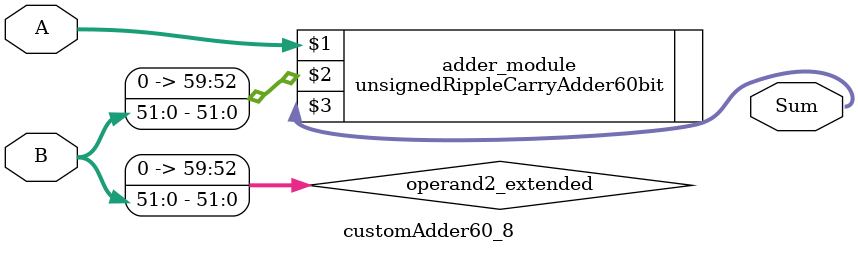
<source format=v>
module customAdder60_8(
                        input [59 : 0] A,
                        input [51 : 0] B,
                        
                        output [60 : 0] Sum
                );

        wire [59 : 0] operand2_extended;
        
        assign operand2_extended =  {8'b0, B};
        
        unsignedRippleCarryAdder60bit adder_module(
            A,
            operand2_extended,
            Sum
        );
        
        endmodule
        
</source>
